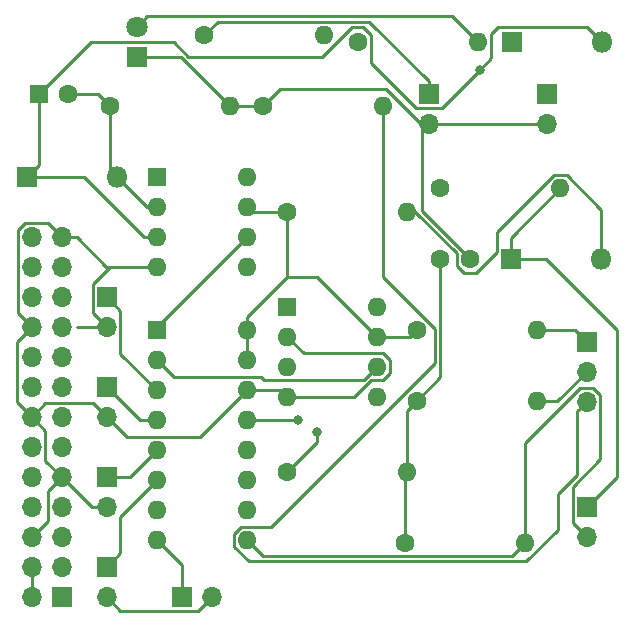
<source format=gbr>
%TF.GenerationSoftware,KiCad,Pcbnew,5.1.10*%
%TF.CreationDate,2021-06-24T22:29:26-07:00*%
%TF.ProjectId,weatherstation,77656174-6865-4727-9374-6174696f6e2e,rev?*%
%TF.SameCoordinates,Original*%
%TF.FileFunction,Copper,L1,Top*%
%TF.FilePolarity,Positive*%
%FSLAX46Y46*%
G04 Gerber Fmt 4.6, Leading zero omitted, Abs format (unit mm)*
G04 Created by KiCad (PCBNEW 5.1.10) date 2021-06-24 22:29:26*
%MOMM*%
%LPD*%
G01*
G04 APERTURE LIST*
%TA.AperFunction,ComponentPad*%
%ADD10R,1.700000X1.700000*%
%TD*%
%TA.AperFunction,ComponentPad*%
%ADD11O,1.700000X1.700000*%
%TD*%
%TA.AperFunction,ComponentPad*%
%ADD12R,1.600000X1.600000*%
%TD*%
%TA.AperFunction,ComponentPad*%
%ADD13C,1.600000*%
%TD*%
%TA.AperFunction,ComponentPad*%
%ADD14R,1.800000X1.800000*%
%TD*%
%TA.AperFunction,ComponentPad*%
%ADD15O,1.800000X1.800000*%
%TD*%
%TA.AperFunction,ComponentPad*%
%ADD16C,1.800000*%
%TD*%
%TA.AperFunction,ComponentPad*%
%ADD17O,1.600000X1.600000*%
%TD*%
%TA.AperFunction,ViaPad*%
%ADD18C,0.800000*%
%TD*%
%TA.AperFunction,Conductor*%
%ADD19C,0.250000*%
%TD*%
G04 APERTURE END LIST*
D10*
%TO.P,J1,1*%
%TO.N,Net-(J1-Pad1)*%
X121920000Y-115570000D03*
D11*
%TO.P,J1,2*%
%TO.N,+5V*%
X119380000Y-115570000D03*
%TO.P,J1,3*%
%TO.N,Net-(J1-Pad3)*%
X121920000Y-113030000D03*
%TO.P,J1,4*%
%TO.N,+5V*%
X119380000Y-113030000D03*
%TO.P,J1,5*%
%TO.N,Net-(J1-Pad5)*%
X121920000Y-110490000D03*
%TO.P,J1,6*%
%TO.N,GND*%
X119380000Y-110490000D03*
%TO.P,J1,7*%
%TO.N,Net-(J1-Pad7)*%
X121920000Y-107950000D03*
%TO.P,J1,8*%
%TO.N,Net-(J1-Pad8)*%
X119380000Y-107950000D03*
%TO.P,J1,9*%
%TO.N,GND*%
X121920000Y-105410000D03*
%TO.P,J1,10*%
%TO.N,Net-(J1-Pad10)*%
X119380000Y-105410000D03*
%TO.P,J1,11*%
%TO.N,Net-(J1-Pad11)*%
X121920000Y-102870000D03*
%TO.P,J1,12*%
%TO.N,Net-(J1-Pad12)*%
X119380000Y-102870000D03*
%TO.P,J1,13*%
%TO.N,Net-(J1-Pad13)*%
X121920000Y-100330000D03*
%TO.P,J1,14*%
%TO.N,GND*%
X119380000Y-100330000D03*
%TO.P,J1,15*%
%TO.N,/ADC_CS*%
X121920000Y-97790000D03*
%TO.P,J1,16*%
%TO.N,Net-(J1-Pad16)*%
X119380000Y-97790000D03*
%TO.P,J1,17*%
%TO.N,Net-(J1-Pad17)*%
X121920000Y-95250000D03*
%TO.P,J1,18*%
%TO.N,Net-(J1-Pad18)*%
X119380000Y-95250000D03*
%TO.P,J1,19*%
%TO.N,/ADC_Din*%
X121920000Y-92710000D03*
%TO.P,J1,20*%
%TO.N,GND*%
X119380000Y-92710000D03*
%TO.P,J1,21*%
%TO.N,/ADC_Dout*%
X121920000Y-90170000D03*
%TO.P,J1,22*%
%TO.N,Net-(J1-Pad22)*%
X119380000Y-90170000D03*
%TO.P,J1,23*%
%TO.N,/ADC_CLK*%
X121920000Y-87630000D03*
%TO.P,J1,24*%
%TO.N,Net-(J1-Pad24)*%
X119380000Y-87630000D03*
%TO.P,J1,25*%
%TO.N,GND*%
X121920000Y-85090000D03*
%TO.P,J1,26*%
%TO.N,Net-(J1-Pad26)*%
X119380000Y-85090000D03*
%TD*%
D12*
%TO.P,C1,1*%
%TO.N,Net-(C1-Pad1)*%
X120000000Y-73000000D03*
D13*
%TO.P,C1,2*%
%TO.N,Net-(C1-Pad2)*%
X122500000Y-73000000D03*
%TD*%
%TO.P,C2,1*%
%TO.N,Net-(C2-Pad1)*%
X154000000Y-87000000D03*
%TO.P,C2,2*%
%TO.N,GND*%
X156500000Y-87000000D03*
%TD*%
D14*
%TO.P,D1,1*%
%TO.N,Net-(D1-Pad1)*%
X160000000Y-87000000D03*
D15*
%TO.P,D1,2*%
%TO.N,Net-(C1-Pad2)*%
X167620000Y-87000000D03*
%TD*%
D14*
%TO.P,D2,1*%
%TO.N,+5V*%
X160020000Y-68580000D03*
D15*
%TO.P,D2,2*%
%TO.N,Net-(C1-Pad1)*%
X167640000Y-68580000D03*
%TD*%
%TO.P,D3,2*%
%TO.N,Net-(C1-Pad2)*%
X126620000Y-80000000D03*
D14*
%TO.P,D3,1*%
%TO.N,Net-(C1-Pad1)*%
X119000000Y-80000000D03*
%TD*%
%TO.P,D4,1*%
%TO.N,GND*%
X128270000Y-69850000D03*
D16*
%TO.P,D4,2*%
%TO.N,Net-(D4-Pad2)*%
X128270000Y-67310000D03*
%TD*%
D11*
%TO.P,J2,2*%
%TO.N,GND*%
X166370000Y-110490000D03*
D10*
%TO.P,J2,1*%
%TO.N,Net-(D1-Pad1)*%
X166370000Y-107950000D03*
%TD*%
%TO.P,J3,1*%
%TO.N,/CH1*%
X153000000Y-73000000D03*
D11*
%TO.P,J3,2*%
%TO.N,GND*%
X153000000Y-75540000D03*
%TD*%
%TO.P,J4,2*%
%TO.N,GND*%
X125730000Y-92710000D03*
D10*
%TO.P,J4,1*%
%TO.N,/CH2*%
X125730000Y-90170000D03*
%TD*%
%TO.P,J5,1*%
%TO.N,/CH3*%
X125730000Y-97790000D03*
D11*
%TO.P,J5,2*%
%TO.N,GND*%
X125730000Y-100330000D03*
%TD*%
D10*
%TO.P,J6,1*%
%TO.N,/CH4*%
X125730000Y-105410000D03*
D11*
%TO.P,J6,2*%
%TO.N,GND*%
X125730000Y-107950000D03*
%TD*%
%TO.P,J7,2*%
%TO.N,GND*%
X125730000Y-115570000D03*
D10*
%TO.P,J7,1*%
%TO.N,/CH5*%
X125730000Y-113030000D03*
%TD*%
%TO.P,J8,1*%
%TO.N,/CH6*%
X163000000Y-73000000D03*
D11*
%TO.P,J8,2*%
%TO.N,GND*%
X163000000Y-75540000D03*
%TD*%
%TO.P,J9,2*%
%TO.N,GND*%
X134620000Y-115570000D03*
D10*
%TO.P,J9,1*%
%TO.N,/CH7*%
X132080000Y-115570000D03*
%TD*%
%TO.P,J10,1*%
%TO.N,/Dir+*%
X166370000Y-93980000D03*
D11*
%TO.P,J10,2*%
%TO.N,/DirInput*%
X166370000Y-96520000D03*
%TO.P,J10,3*%
%TO.N,/Dir-*%
X166370000Y-99060000D03*
%TD*%
D13*
%TO.P,R1,1*%
%TO.N,Net-(C1-Pad1)*%
X154000000Y-81000000D03*
D17*
%TO.P,R1,2*%
%TO.N,Net-(D1-Pad1)*%
X164160000Y-81000000D03*
%TD*%
%TO.P,R2,2*%
%TO.N,/Dir+*%
X162160000Y-93000000D03*
D13*
%TO.P,R2,1*%
%TO.N,+5V*%
X152000000Y-93000000D03*
%TD*%
D17*
%TO.P,R3,2*%
%TO.N,/DirInput*%
X162160000Y-99000000D03*
D13*
%TO.P,R3,1*%
%TO.N,Net-(C2-Pad1)*%
X152000000Y-99000000D03*
%TD*%
%TO.P,R4,1*%
%TO.N,GND*%
X139000000Y-74000000D03*
D17*
%TO.P,R4,2*%
%TO.N,/Dir-*%
X149160000Y-74000000D03*
%TD*%
D13*
%TO.P,R5,1*%
%TO.N,+5V*%
X141000000Y-83000000D03*
D17*
%TO.P,R5,2*%
%TO.N,Net-(C1-Pad2)*%
X151160000Y-83000000D03*
%TD*%
%TO.P,R6,2*%
%TO.N,GND*%
X136160000Y-74000000D03*
D13*
%TO.P,R6,1*%
%TO.N,Net-(C1-Pad2)*%
X126000000Y-74000000D03*
%TD*%
%TO.P,R7,1*%
%TO.N,Net-(C2-Pad1)*%
X151000000Y-111000000D03*
D17*
%TO.P,R7,2*%
%TO.N,GND*%
X161160000Y-111000000D03*
%TD*%
%TO.P,R8,2*%
%TO.N,Net-(C2-Pad1)*%
X151160000Y-105000000D03*
D13*
%TO.P,R8,1*%
%TO.N,Net-(R8-Pad1)*%
X141000000Y-105000000D03*
%TD*%
%TO.P,R9,1*%
%TO.N,/CH1*%
X134000000Y-68000000D03*
D17*
%TO.P,R9,2*%
%TO.N,Net-(R8-Pad1)*%
X144160000Y-68000000D03*
%TD*%
%TO.P,R10,2*%
%TO.N,Net-(D4-Pad2)*%
X157160000Y-68580000D03*
D13*
%TO.P,R10,1*%
%TO.N,/CH0*%
X147000000Y-68580000D03*
%TD*%
D12*
%TO.P,U1,1*%
%TO.N,Net-(U1-Pad1)*%
X130000000Y-80000000D03*
D17*
%TO.P,U1,5*%
%TO.N,Net-(U1-Pad5)*%
X137620000Y-87620000D03*
%TO.P,U1,2*%
%TO.N,Net-(C1-Pad2)*%
X130000000Y-82540000D03*
%TO.P,U1,6*%
%TO.N,/CH0*%
X137620000Y-85080000D03*
%TO.P,U1,3*%
%TO.N,Net-(C1-Pad1)*%
X130000000Y-85080000D03*
%TO.P,U1,7*%
%TO.N,+5V*%
X137620000Y-82540000D03*
%TO.P,U1,4*%
%TO.N,GND*%
X130000000Y-87620000D03*
%TO.P,U1,8*%
%TO.N,Net-(U1-Pad8)*%
X137620000Y-80000000D03*
%TD*%
%TO.P,U2,8*%
%TO.N,Net-(U2-Pad8)*%
X148620000Y-91000000D03*
%TO.P,U2,4*%
%TO.N,GND*%
X141000000Y-98620000D03*
%TO.P,U2,7*%
%TO.N,+5V*%
X148620000Y-93540000D03*
%TO.P,U2,3*%
%TO.N,Net-(R8-Pad1)*%
X141000000Y-96080000D03*
%TO.P,U2,6*%
%TO.N,/CH1*%
X148620000Y-96080000D03*
%TO.P,U2,2*%
%TO.N,GND*%
X141000000Y-93540000D03*
%TO.P,U2,5*%
%TO.N,Net-(U2-Pad5)*%
X148620000Y-98620000D03*
D12*
%TO.P,U2,1*%
%TO.N,Net-(U2-Pad1)*%
X141000000Y-91000000D03*
%TD*%
%TO.P,U3,1*%
%TO.N,/CH0*%
X130000000Y-93000000D03*
D17*
%TO.P,U3,9*%
%TO.N,GND*%
X137620000Y-110780000D03*
%TO.P,U3,2*%
%TO.N,/CH1*%
X130000000Y-95540000D03*
%TO.P,U3,10*%
%TO.N,/ADC_CS*%
X137620000Y-108240000D03*
%TO.P,U3,3*%
%TO.N,/CH2*%
X130000000Y-98080000D03*
%TO.P,U3,11*%
%TO.N,/ADC_Din*%
X137620000Y-105700000D03*
%TO.P,U3,4*%
%TO.N,/CH3*%
X130000000Y-100620000D03*
%TO.P,U3,12*%
%TO.N,/ADC_Dout*%
X137620000Y-103160000D03*
%TO.P,U3,5*%
%TO.N,/CH4*%
X130000000Y-103160000D03*
%TO.P,U3,13*%
%TO.N,/ADC_CLK*%
X137620000Y-100620000D03*
%TO.P,U3,6*%
%TO.N,/CH5*%
X130000000Y-105700000D03*
%TO.P,U3,14*%
%TO.N,GND*%
X137620000Y-98080000D03*
%TO.P,U3,7*%
%TO.N,/CH6*%
X130000000Y-108240000D03*
%TO.P,U3,15*%
%TO.N,+5V*%
X137620000Y-95540000D03*
%TO.P,U3,8*%
%TO.N,/CH7*%
X130000000Y-110780000D03*
%TO.P,U3,16*%
%TO.N,+5V*%
X137620000Y-93000000D03*
%TD*%
D18*
%TO.N,Net-(C1-Pad1)*%
X157322501Y-70962501D03*
%TO.N,/ADC_CLK*%
X141950000Y-100620000D03*
%TO.N,Net-(R8-Pad1)*%
X143510000Y-101600000D03*
%TD*%
D19*
%TO.N,Net-(C1-Pad1)*%
X120000000Y-79000000D02*
X119000000Y-80000000D01*
X120000000Y-73000000D02*
X120000000Y-79000000D01*
X131421409Y-68624999D02*
X124375001Y-68624999D01*
X132646410Y-69850000D02*
X131421409Y-68624999D01*
X143975002Y-69850000D02*
X132646410Y-69850000D01*
X124375001Y-68624999D02*
X120000000Y-73000000D01*
X147410011Y-67325009D02*
X146499993Y-67325009D01*
X148125001Y-68039999D02*
X147410011Y-67325009D01*
X151889999Y-74175001D02*
X148125001Y-70410003D01*
X154110001Y-74175001D02*
X151889999Y-74175001D01*
X158285001Y-70000001D02*
X157322501Y-70962501D01*
X158285001Y-67929997D02*
X158285001Y-70000001D01*
X146499993Y-67325009D02*
X143975002Y-69850000D01*
X148125001Y-70410003D02*
X148125001Y-68039999D01*
X158859999Y-67354999D02*
X158285001Y-67929997D01*
X166414999Y-67354999D02*
X158859999Y-67354999D01*
X167640000Y-68580000D02*
X166414999Y-67354999D01*
X157322501Y-70962501D02*
X154110001Y-74175001D01*
X128868630Y-85080000D02*
X123798630Y-80010000D01*
X130000000Y-85080000D02*
X128868630Y-85080000D01*
X119010000Y-80010000D02*
X119000000Y-80000000D01*
X123798630Y-80010000D02*
X119010000Y-80010000D01*
%TO.N,Net-(C1-Pad2)*%
X125000000Y-73000000D02*
X126000000Y-74000000D01*
X122500000Y-73000000D02*
X125000000Y-73000000D01*
X126000000Y-79380000D02*
X126620000Y-80000000D01*
X126000000Y-74000000D02*
X126000000Y-79380000D01*
X129160000Y-82540000D02*
X130000000Y-82540000D01*
X126620000Y-80000000D02*
X129160000Y-82540000D01*
X164700001Y-79874999D02*
X167620000Y-82794998D01*
X158774999Y-86390003D02*
X158774999Y-84719999D01*
X157040001Y-88125001D02*
X158774999Y-86390003D01*
X155959999Y-88125001D02*
X157040001Y-88125001D01*
X155374999Y-87540001D02*
X155959999Y-88125001D01*
X158774999Y-84719999D02*
X163619999Y-79874999D01*
X151863590Y-83000000D02*
X155374999Y-86511409D01*
X167620000Y-82794998D02*
X167620000Y-87000000D01*
X163619999Y-79874999D02*
X164700001Y-79874999D01*
X155374999Y-86511409D02*
X155374999Y-87540001D01*
X151160000Y-83000000D02*
X151863590Y-83000000D01*
%TO.N,Net-(C2-Pad1)*%
X151000000Y-105160000D02*
X151160000Y-105000000D01*
X151000000Y-111000000D02*
X151000000Y-105160000D01*
X151160000Y-99840000D02*
X152000000Y-99000000D01*
X151160000Y-105000000D02*
X151160000Y-99840000D01*
X154000000Y-97000000D02*
X154000000Y-87000000D01*
X152000000Y-99000000D02*
X154000000Y-97000000D01*
%TO.N,GND*%
X132010000Y-69850000D02*
X136160000Y-74000000D01*
X128270000Y-69850000D02*
X132010000Y-69850000D01*
X136160000Y-74000000D02*
X139000000Y-74000000D01*
X125730000Y-92710000D02*
X123190000Y-92710000D01*
X125174999Y-108505001D02*
X125730000Y-107950000D01*
X125174999Y-100885001D02*
X125730000Y-100330000D01*
X153000000Y-75540000D02*
X163000000Y-75540000D01*
X138965001Y-112125001D02*
X137620000Y-110780000D01*
X161160000Y-111000000D02*
X160034999Y-112125001D01*
X140460000Y-98080000D02*
X141000000Y-98620000D01*
X137620000Y-98080000D02*
X140460000Y-98080000D01*
X127434999Y-102034999D02*
X125730000Y-100330000D01*
X133665001Y-102034999D02*
X127434999Y-102034999D01*
X137620000Y-98080000D02*
X133665001Y-102034999D01*
X156500000Y-87000000D02*
X152400000Y-82900000D01*
X152400000Y-76140000D02*
X153000000Y-75540000D01*
X152400000Y-82900000D02*
X152400000Y-76140000D01*
X139000000Y-74000000D02*
X140414294Y-72585706D01*
X152365002Y-75540000D02*
X153000000Y-75540000D01*
X149410708Y-72585706D02*
X152365002Y-75540000D01*
X140414294Y-72585706D02*
X149410708Y-72585706D01*
X125994998Y-87620000D02*
X130000000Y-87620000D01*
X124554999Y-89059999D02*
X125994998Y-87620000D01*
X124554999Y-91534999D02*
X124554999Y-89059999D01*
X125730000Y-92710000D02*
X124554999Y-91534999D01*
X148131409Y-97205001D02*
X146716410Y-98620000D01*
X146716410Y-98620000D02*
X141000000Y-98620000D01*
X149745001Y-96620001D02*
X149160001Y-97205001D01*
X149745001Y-95539999D02*
X149745001Y-96620001D01*
X149160001Y-94954999D02*
X149745001Y-95539999D01*
X142414999Y-94954999D02*
X149160001Y-94954999D01*
X149160001Y-97205001D02*
X148131409Y-97205001D01*
X141000000Y-93540000D02*
X142414999Y-94954999D01*
X160034999Y-112125001D02*
X138965001Y-112125001D01*
X126905001Y-116745001D02*
X125730000Y-115570000D01*
X133444999Y-116745001D02*
X126905001Y-116745001D01*
X134620000Y-115570000D02*
X133444999Y-116745001D01*
X166275001Y-111104001D02*
X166275001Y-109975999D01*
X165194999Y-109314999D02*
X166370000Y-110490000D01*
X167545001Y-103906407D02*
X165194999Y-106256409D01*
X167545001Y-98495999D02*
X167545001Y-103906407D01*
X165194999Y-106256409D02*
X165194999Y-109314999D01*
X166934001Y-97884999D02*
X167545001Y-98495999D01*
X165805999Y-97884999D02*
X166934001Y-97884999D01*
X161160000Y-102530998D02*
X165805999Y-97884999D01*
X161160000Y-111000000D02*
X161160000Y-102530998D01*
X120744999Y-106585001D02*
X121920000Y-105410000D01*
X120744999Y-109125001D02*
X120744999Y-106585001D01*
X119380000Y-110490000D02*
X120744999Y-109125001D01*
X120555001Y-101505001D02*
X119380000Y-100330000D01*
X120555001Y-104045001D02*
X120555001Y-101505001D01*
X121920000Y-105410000D02*
X120555001Y-104045001D01*
X119380000Y-100330000D02*
X118110000Y-99060000D01*
X118110000Y-93980000D02*
X119380000Y-92710000D01*
X118110000Y-99060000D02*
X118110000Y-93980000D01*
X118204999Y-91534999D02*
X119380000Y-92710000D01*
X118204999Y-84525999D02*
X118204999Y-91534999D01*
X118815999Y-83914999D02*
X118204999Y-84525999D01*
X120744999Y-83914999D02*
X118815999Y-83914999D01*
X121920000Y-85090000D02*
X120744999Y-83914999D01*
X121920000Y-85090000D02*
X123190000Y-85090000D01*
X125720000Y-87620000D02*
X125994998Y-87620000D01*
X123190000Y-85090000D02*
X125720000Y-87620000D01*
X120555001Y-99154999D02*
X119380000Y-100330000D01*
X124554999Y-99154999D02*
X120555001Y-99154999D01*
X125730000Y-100330000D02*
X124554999Y-99154999D01*
X124460000Y-107950000D02*
X121920000Y-105410000D01*
X125730000Y-107950000D02*
X124460000Y-107950000D01*
%TO.N,Net-(D1-Pad1)*%
X160000000Y-85160000D02*
X164160000Y-81000000D01*
X160000000Y-87000000D02*
X160000000Y-85160000D01*
X168910000Y-105410000D02*
X166370000Y-107950000D01*
X168910000Y-92984998D02*
X168910000Y-105410000D01*
X162925002Y-87000000D02*
X168910000Y-92984998D01*
X160000000Y-87000000D02*
X162925002Y-87000000D01*
%TO.N,+5V*%
X141000000Y-88488630D02*
X141000000Y-83000000D01*
X137620000Y-91868630D02*
X141000000Y-88488630D01*
X137620000Y-93000000D02*
X137620000Y-91868630D01*
X138080000Y-83000000D02*
X137620000Y-82540000D01*
X141000000Y-83000000D02*
X138080000Y-83000000D01*
X143568630Y-88488630D02*
X148620000Y-93540000D01*
X141000000Y-88488630D02*
X143568630Y-88488630D01*
X151460000Y-93540000D02*
X152000000Y-93000000D01*
X148620000Y-93540000D02*
X151460000Y-93540000D01*
X137620000Y-93000000D02*
X137620000Y-95540000D01*
X119380000Y-115570000D02*
X119380000Y-113030000D01*
%TO.N,Net-(D4-Pad2)*%
X154990001Y-66410001D02*
X157160000Y-68580000D01*
X129169999Y-66410001D02*
X154990001Y-66410001D01*
X128270000Y-67310000D02*
X129169999Y-66410001D01*
%TO.N,/ADC_CLK*%
X137620000Y-100620000D02*
X141950000Y-100620000D01*
X141950000Y-100620000D02*
X141950000Y-100620000D01*
%TO.N,/CH1*%
X153000000Y-71900000D02*
X153000000Y-73000000D01*
X147974999Y-66874999D02*
X153000000Y-71900000D01*
X135125001Y-66874999D02*
X147974999Y-66874999D01*
X134000000Y-68000000D02*
X135125001Y-66874999D01*
X131414999Y-96954999D02*
X130000000Y-95540000D01*
X139079999Y-97205001D02*
X138829997Y-96954999D01*
X147494999Y-97205001D02*
X139079999Y-97205001D01*
X138829997Y-96954999D02*
X131414999Y-96954999D01*
X148620000Y-96080000D02*
X147494999Y-97205001D01*
%TO.N,/CH2*%
X126905001Y-94985001D02*
X130000000Y-98080000D01*
X126905001Y-91345001D02*
X126905001Y-94985001D01*
X125730000Y-90170000D02*
X126905001Y-91345001D01*
%TO.N,/CH3*%
X128560000Y-100620000D02*
X125730000Y-97790000D01*
X130000000Y-100620000D02*
X128560000Y-100620000D01*
%TO.N,/CH4*%
X127750000Y-105410000D02*
X130000000Y-103160000D01*
X125730000Y-105410000D02*
X127750000Y-105410000D01*
%TO.N,/CH5*%
X126905001Y-108794999D02*
X130000000Y-105700000D01*
X126905001Y-111854999D02*
X126905001Y-108794999D01*
X125730000Y-113030000D02*
X126905001Y-111854999D01*
%TO.N,/CH7*%
X132080000Y-112860000D02*
X130000000Y-110780000D01*
X132080000Y-115570000D02*
X132080000Y-112860000D01*
%TO.N,/Dir+*%
X165390000Y-93000000D02*
X166370000Y-93980000D01*
X162160000Y-93000000D02*
X165390000Y-93000000D01*
%TO.N,/DirInput*%
X163890000Y-99000000D02*
X166370000Y-96520000D01*
X162160000Y-99000000D02*
X163890000Y-99000000D01*
%TO.N,/Dir-*%
X165564999Y-99865001D02*
X166370000Y-99060000D01*
X149160000Y-88494998D02*
X153549990Y-92884988D01*
X137079999Y-109654999D02*
X136494999Y-110239999D01*
X153549990Y-92884988D02*
X153549990Y-95785008D01*
X149160000Y-74000000D02*
X149160000Y-88494998D01*
X153549990Y-95785008D02*
X139679999Y-109654999D01*
X136494999Y-111320001D02*
X137750009Y-112575011D01*
X139679999Y-109654999D02*
X137079999Y-109654999D01*
X136494999Y-110239999D02*
X136494999Y-111320001D01*
X163924999Y-106889999D02*
X165564999Y-105249999D01*
X165564999Y-105249999D02*
X165564999Y-99865001D01*
X161249991Y-112575011D02*
X163924999Y-109900003D01*
X163924999Y-109900003D02*
X163924999Y-106889999D01*
X137750009Y-112575011D02*
X161249991Y-112575011D01*
%TO.N,Net-(R8-Pad1)*%
X141000000Y-105000000D02*
X143510000Y-102490000D01*
X143510000Y-102490000D02*
X143510000Y-101600000D01*
X143510000Y-101600000D02*
X143510000Y-101600000D01*
%TO.N,/CH0*%
X130000000Y-92700000D02*
X137620000Y-85080000D01*
X130000000Y-93000000D02*
X130000000Y-92700000D01*
%TD*%
M02*

</source>
